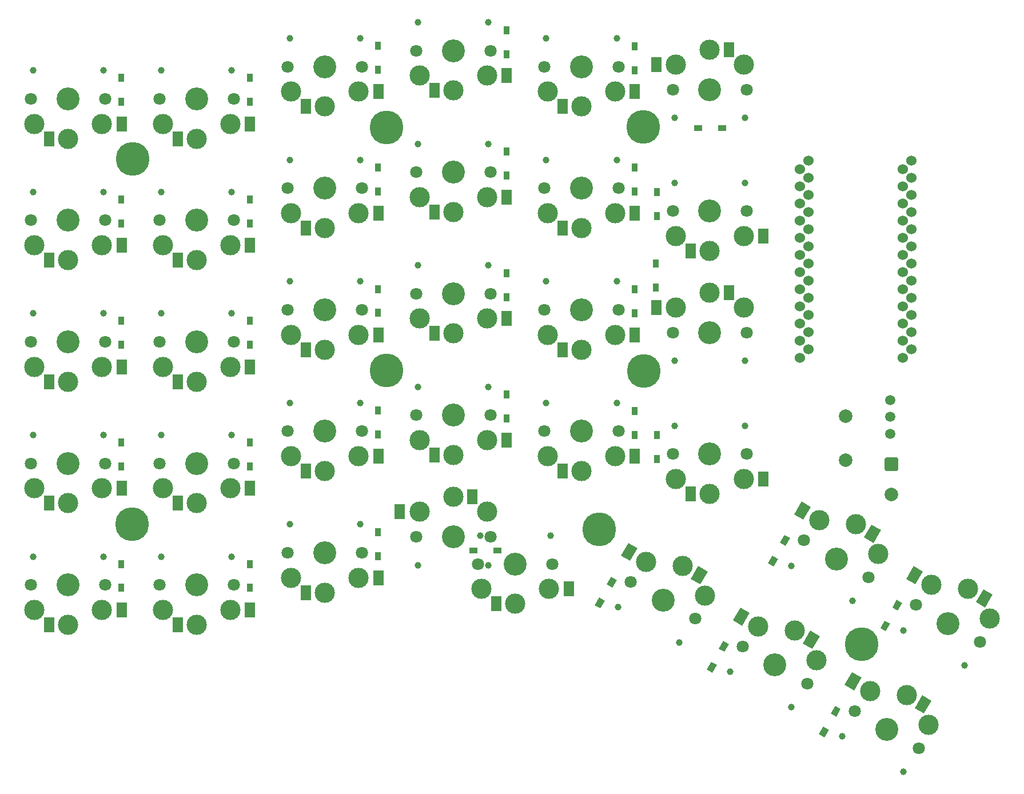
<source format=gts>
G04 #@! TF.GenerationSoftware,KiCad,Pcbnew,(5.1.9-0-10_14)*
G04 #@! TF.CreationDate,2021-11-12T15:23:44+01:00*
G04 #@! TF.ProjectId,tairakb,74616972-616b-4622-9e6b-696361645f70,1.1*
G04 #@! TF.SameCoordinates,Original*
G04 #@! TF.FileFunction,Soldermask,Top*
G04 #@! TF.FilePolarity,Negative*
%FSLAX46Y46*%
G04 Gerber Fmt 4.6, Leading zero omitted, Abs format (unit mm)*
G04 Created by KiCad (PCBNEW (5.1.9-0-10_14)) date 2021-11-12 15:23:44*
%MOMM*%
%LPD*%
G01*
G04 APERTURE LIST*
%ADD10C,2.000000*%
%ADD11C,1.500000*%
%ADD12C,0.100000*%
%ADD13R,0.950000X1.300000*%
%ADD14R,1.300000X0.950000*%
%ADD15C,1.524000*%
%ADD16C,1.800000*%
%ADD17C,3.400000*%
%ADD18C,3.000000*%
%ADD19C,1.000000*%
%ADD20C,5.000000*%
%ADD21R,1.600000X2.200000*%
G04 APERTURE END LIST*
D10*
X202365000Y-107451000D03*
X202365000Y-100951000D03*
D11*
X209000000Y-103600000D03*
X209000000Y-101100000D03*
X209000000Y-98600000D03*
D10*
X209141000Y-112587000D03*
G36*
G01*
X208391000Y-107087000D02*
X209891000Y-107087000D01*
G75*
G02*
X210141000Y-107337000I0J-250000D01*
G01*
X210141000Y-108837000D01*
G75*
G02*
X209891000Y-109087000I-250000J0D01*
G01*
X208391000Y-109087000D01*
G75*
G02*
X208141000Y-108837000I0J250000D01*
G01*
X208141000Y-107337000D01*
G75*
G02*
X208391000Y-107087000I250000J0D01*
G01*
G37*
D12*
G36*
X199208862Y-148559612D02*
G01*
X198386138Y-148084612D01*
X199036138Y-146958778D01*
X199858862Y-147433778D01*
X199208862Y-148559612D01*
G37*
G36*
X200983862Y-145485222D02*
G01*
X200161138Y-145010222D01*
X200811138Y-143884388D01*
X201633862Y-144359388D01*
X200983862Y-145485222D01*
G37*
G36*
X208314862Y-132847612D02*
G01*
X207492138Y-132372612D01*
X208142138Y-131246778D01*
X208964862Y-131721778D01*
X208314862Y-132847612D01*
G37*
G36*
X210089862Y-129773222D02*
G01*
X209267138Y-129298222D01*
X209917138Y-128172388D01*
X210739862Y-128647388D01*
X210089862Y-129773222D01*
G37*
G36*
X191676862Y-123238612D02*
G01*
X190854138Y-122763612D01*
X191504138Y-121637778D01*
X192326862Y-122112778D01*
X191676862Y-123238612D01*
G37*
G36*
X193451862Y-120164222D02*
G01*
X192629138Y-119689222D01*
X193279138Y-118563388D01*
X194101862Y-119038388D01*
X193451862Y-120164222D01*
G37*
G36*
X182616862Y-138957612D02*
G01*
X181794138Y-138482612D01*
X182444138Y-137356778D01*
X183266862Y-137831778D01*
X182616862Y-138957612D01*
G37*
G36*
X184391862Y-135883222D02*
G01*
X183569138Y-135408222D01*
X184219138Y-134282388D01*
X185041862Y-134757388D01*
X184391862Y-135883222D01*
G37*
D13*
X174431000Y-103785000D03*
X174431000Y-107335000D03*
X174259000Y-78352000D03*
X174259000Y-81902000D03*
X174431000Y-67785000D03*
X174431000Y-71335000D03*
D14*
X180511000Y-58331000D03*
X184061000Y-58331000D03*
D12*
G36*
X166023862Y-129431612D02*
G01*
X165201138Y-128956612D01*
X165851138Y-127830778D01*
X166673862Y-128305778D01*
X166023862Y-129431612D01*
G37*
G36*
X167798862Y-126357222D02*
G01*
X166976138Y-125882222D01*
X167626138Y-124756388D01*
X168448862Y-125231388D01*
X167798862Y-126357222D01*
G37*
D13*
X171132000Y-100177000D03*
X171132000Y-103727000D03*
X171132000Y-82177000D03*
X171132000Y-85727000D03*
X171132000Y-64177000D03*
X171132000Y-67727000D03*
X171132000Y-46177000D03*
X171132000Y-49727000D03*
D14*
X147243000Y-120856000D03*
X150793000Y-120856000D03*
D13*
X152150000Y-97795000D03*
X152150000Y-101345000D03*
X152150000Y-79795000D03*
X152150000Y-83345000D03*
X152150000Y-61795000D03*
X152150000Y-65345000D03*
X152150000Y-43795000D03*
X152150000Y-47345000D03*
X133133000Y-118140000D03*
X133133000Y-121690000D03*
X133133000Y-100140000D03*
X133133000Y-103690000D03*
X133133000Y-82140000D03*
X133133000Y-85690000D03*
X133133000Y-64140000D03*
X133133000Y-67690000D03*
X133133000Y-46140000D03*
X133133000Y-49690000D03*
X114118000Y-122865000D03*
X114118000Y-126415000D03*
X114118000Y-104865000D03*
X114118000Y-108415000D03*
X114118000Y-86865000D03*
X114118000Y-90415000D03*
X114118000Y-68865000D03*
X114118000Y-72415000D03*
X114118000Y-50865000D03*
X114118000Y-54415000D03*
X95118000Y-122865000D03*
X95118000Y-126415000D03*
X95118000Y-104865000D03*
X95118000Y-108415000D03*
X95118000Y-86865000D03*
X95118000Y-90415000D03*
X95118000Y-68865000D03*
X95118000Y-72415000D03*
X95118000Y-50865000D03*
X95118000Y-54415000D03*
D15*
X210795000Y-64363600D03*
X210795000Y-66903600D03*
X210795000Y-69443600D03*
X210795000Y-71983600D03*
X210795000Y-74523600D03*
X210795000Y-77063600D03*
X210795000Y-79603600D03*
X210795000Y-82143600D03*
X210795000Y-84683600D03*
X210795000Y-87223600D03*
X210795000Y-89763600D03*
X210795000Y-92303600D03*
X195555000Y-92303600D03*
X195555000Y-89763600D03*
X195555000Y-87223600D03*
X195555000Y-84683600D03*
X195555000Y-82143600D03*
X195555000Y-79603600D03*
X195555000Y-77063600D03*
X195555000Y-74523600D03*
X195555000Y-71983600D03*
X195555000Y-69443600D03*
X195555000Y-66903600D03*
X195555000Y-64363600D03*
X212101400Y-63093600D03*
X212101400Y-65633600D03*
X212101400Y-68173600D03*
X212101400Y-70713600D03*
X212101400Y-73253600D03*
X212101400Y-75793600D03*
X212101400Y-78333600D03*
X212101400Y-80873600D03*
X212101400Y-83413600D03*
X212101400Y-85953600D03*
X212101400Y-88493600D03*
X212101400Y-91033600D03*
X196881400Y-91033600D03*
X196881400Y-88493600D03*
X196881400Y-85953600D03*
X196881400Y-83413600D03*
X196881400Y-80873600D03*
X196881400Y-78333600D03*
X196881400Y-75793600D03*
X196881400Y-73253600D03*
X196881400Y-70713600D03*
X196881400Y-68173600D03*
X196881400Y-65633600D03*
X196881400Y-63093600D03*
D16*
X203696860Y-144640000D03*
X213223140Y-150140000D03*
D17*
X208460000Y-147390000D03*
D18*
X211410000Y-142280450D03*
X214640127Y-146685706D03*
D12*
G36*
X202225579Y-140788334D02*
G01*
X203325579Y-138883078D01*
X204711219Y-139683078D01*
X203611219Y-141588334D01*
X202225579Y-140788334D01*
G37*
G36*
X212592051Y-144233078D02*
G01*
X213692051Y-142327822D01*
X215077691Y-143127822D01*
X213977691Y-145033078D01*
X212592051Y-144233078D01*
G37*
D18*
X205979873Y-141685706D03*
D19*
X210880653Y-153637307D03*
X201839347Y-148417307D03*
D16*
X196196860Y-119360000D03*
X205723140Y-124860000D03*
D17*
X200960000Y-122110000D03*
D18*
X203910000Y-117000450D03*
X207140127Y-121405706D03*
D12*
G36*
X194725579Y-115508334D02*
G01*
X195825579Y-113603078D01*
X197211219Y-114403078D01*
X196111219Y-116308334D01*
X194725579Y-115508334D01*
G37*
G36*
X205092051Y-118953078D02*
G01*
X206192051Y-117047822D01*
X207577691Y-117847822D01*
X206477691Y-119753078D01*
X205092051Y-118953078D01*
G37*
D18*
X198479873Y-116405706D03*
D19*
X203380653Y-128357307D03*
X194339347Y-123137307D03*
D20*
X172365000Y-58174000D03*
X134379000Y-94204000D03*
X204723000Y-134762000D03*
X165870000Y-117730000D03*
X172463000Y-94248000D03*
X96694000Y-116997000D03*
X134342000Y-58240000D03*
X96755000Y-62896000D03*
D16*
X158941000Y-122860000D03*
X147941000Y-122860000D03*
D17*
X153441000Y-122860000D03*
D18*
X153441000Y-128760000D03*
X148441000Y-126560000D03*
D21*
X161341000Y-126560000D03*
X150641000Y-128760000D03*
D18*
X158441000Y-126560000D03*
D19*
X148221000Y-118660000D03*
X158661000Y-118660000D03*
D16*
X130745000Y-49213000D03*
X119745000Y-49213000D03*
D17*
X125245000Y-49213000D03*
D18*
X125245000Y-55113000D03*
X120245000Y-52913000D03*
D21*
X133145000Y-52913000D03*
X122445000Y-55113000D03*
D18*
X130245000Y-52913000D03*
D19*
X120025000Y-45013000D03*
X130465000Y-45013000D03*
D16*
X212766860Y-128922000D03*
X222293140Y-134422000D03*
D17*
X217530000Y-131672000D03*
D18*
X220480000Y-126562450D03*
X223710127Y-130967706D03*
D12*
G36*
X211295579Y-125070334D02*
G01*
X212395579Y-123165078D01*
X213781219Y-123965078D01*
X212681219Y-125870334D01*
X211295579Y-125070334D01*
G37*
G36*
X221662051Y-128515078D02*
G01*
X222762051Y-126609822D01*
X224147691Y-127409822D01*
X223047691Y-129315078D01*
X221662051Y-128515078D01*
G37*
D18*
X215049873Y-125967706D03*
D19*
X219950653Y-137919307D03*
X210909347Y-132699307D03*
D16*
X187126860Y-135071000D03*
X196653140Y-140571000D03*
D17*
X191890000Y-137821000D03*
D18*
X194840000Y-132711450D03*
X198070127Y-137116706D03*
D12*
G36*
X185655579Y-131219334D02*
G01*
X186755579Y-129314078D01*
X188141219Y-130114078D01*
X187041219Y-132019334D01*
X185655579Y-131219334D01*
G37*
G36*
X196022051Y-134664078D02*
G01*
X197122051Y-132758822D01*
X198507691Y-133558822D01*
X197407691Y-135464078D01*
X196022051Y-134664078D01*
G37*
D18*
X189409873Y-132116706D03*
D19*
X194310653Y-144068307D03*
X185269347Y-138848307D03*
D16*
X187745000Y-106594000D03*
X176745000Y-106594000D03*
D17*
X182245000Y-106594000D03*
D18*
X182245000Y-112494000D03*
X177245000Y-110294000D03*
D21*
X190145000Y-110294000D03*
X179445000Y-112494000D03*
D18*
X187245000Y-110294000D03*
D19*
X177025000Y-102394000D03*
X187465000Y-102394000D03*
D16*
X176745000Y-88594000D03*
X187745000Y-88594000D03*
D17*
X182245000Y-88594000D03*
D18*
X182245000Y-82694000D03*
X187245000Y-84894000D03*
D21*
X174345000Y-84894000D03*
X185045000Y-82694000D03*
D18*
X177245000Y-84894000D03*
D19*
X187465000Y-92794000D03*
X177025000Y-92794000D03*
D16*
X187745000Y-70594000D03*
X176745000Y-70594000D03*
D17*
X182245000Y-70594000D03*
D18*
X182245000Y-76494000D03*
X177245000Y-74294000D03*
D21*
X190145000Y-74294000D03*
X179445000Y-76494000D03*
D18*
X187245000Y-74294000D03*
D19*
X177025000Y-66394000D03*
X187465000Y-66394000D03*
D16*
X176745000Y-52594000D03*
X187745000Y-52594000D03*
D17*
X182245000Y-52594000D03*
D18*
X182245000Y-46694000D03*
X187245000Y-48894000D03*
D21*
X174345000Y-48894000D03*
X185045000Y-46694000D03*
D18*
X177245000Y-48894000D03*
D19*
X187465000Y-56794000D03*
X177025000Y-56794000D03*
D16*
X170541860Y-125486000D03*
X180068140Y-130986000D03*
D17*
X175305000Y-128236000D03*
D18*
X178255000Y-123126450D03*
X181485127Y-127531706D03*
D12*
G36*
X169070579Y-121634334D02*
G01*
X170170579Y-119729078D01*
X171556219Y-120529078D01*
X170456219Y-122434334D01*
X169070579Y-121634334D01*
G37*
G36*
X179437051Y-125079078D02*
G01*
X180537051Y-123173822D01*
X181922691Y-123973822D01*
X180822691Y-125879078D01*
X179437051Y-125079078D01*
G37*
D18*
X172824873Y-122531706D03*
D19*
X177725653Y-134483307D03*
X168684347Y-129263307D03*
D16*
X168745000Y-103213000D03*
X157745000Y-103213000D03*
D17*
X163245000Y-103213000D03*
D18*
X163245000Y-109113000D03*
X158245000Y-106913000D03*
D21*
X171145000Y-106913000D03*
X160445000Y-109113000D03*
D18*
X168245000Y-106913000D03*
D19*
X158025000Y-99013000D03*
X168465000Y-99013000D03*
D16*
X168745000Y-85213000D03*
X157745000Y-85213000D03*
D17*
X163245000Y-85213000D03*
D18*
X163245000Y-91113000D03*
X158245000Y-88913000D03*
D21*
X171145000Y-88913000D03*
X160445000Y-91113000D03*
D18*
X168245000Y-88913000D03*
D19*
X158025000Y-81013000D03*
X168465000Y-81013000D03*
D16*
X168745000Y-67213000D03*
X157745000Y-67213000D03*
D17*
X163245000Y-67213000D03*
D18*
X163245000Y-73113000D03*
X158245000Y-70913000D03*
D21*
X171145000Y-70913000D03*
X160445000Y-73113000D03*
D18*
X168245000Y-70913000D03*
D19*
X158025000Y-63013000D03*
X168465000Y-63013000D03*
D16*
X168745000Y-49213000D03*
X157745000Y-49213000D03*
D17*
X163245000Y-49213000D03*
D18*
X163245000Y-55113000D03*
X158245000Y-52913000D03*
D21*
X171145000Y-52913000D03*
X160445000Y-55113000D03*
D18*
X168245000Y-52913000D03*
D19*
X158025000Y-45013000D03*
X168465000Y-45013000D03*
D16*
X138745000Y-118832000D03*
X149745000Y-118832000D03*
D17*
X144245000Y-118832000D03*
D18*
X144245000Y-112932000D03*
X149245000Y-115132000D03*
D21*
X136345000Y-115132000D03*
X147045000Y-112932000D03*
D18*
X139245000Y-115132000D03*
D19*
X149465000Y-123032000D03*
X139025000Y-123032000D03*
D16*
X149745000Y-100832000D03*
X138745000Y-100832000D03*
D17*
X144245000Y-100832000D03*
D18*
X144245000Y-106732000D03*
X139245000Y-104532000D03*
D21*
X152145000Y-104532000D03*
X141445000Y-106732000D03*
D18*
X149245000Y-104532000D03*
D19*
X139025000Y-96632000D03*
X149465000Y-96632000D03*
D16*
X149745000Y-82832000D03*
X138745000Y-82832000D03*
D17*
X144245000Y-82832000D03*
D18*
X144245000Y-88732000D03*
X139245000Y-86532000D03*
D21*
X152145000Y-86532000D03*
X141445000Y-88732000D03*
D18*
X149245000Y-86532000D03*
D19*
X139025000Y-78632000D03*
X149465000Y-78632000D03*
D16*
X149745000Y-64832000D03*
X138745000Y-64832000D03*
D17*
X144245000Y-64832000D03*
D18*
X144245000Y-70732000D03*
X139245000Y-68532000D03*
D21*
X152145000Y-68532000D03*
X141445000Y-70732000D03*
D18*
X149245000Y-68532000D03*
D19*
X139025000Y-60632000D03*
X149465000Y-60632000D03*
D16*
X149745000Y-46832000D03*
X138745000Y-46832000D03*
D17*
X144245000Y-46832000D03*
D18*
X144245000Y-52732000D03*
X139245000Y-50532000D03*
D21*
X152145000Y-50532000D03*
X141445000Y-52732000D03*
D18*
X149245000Y-50532000D03*
D19*
X139025000Y-42632000D03*
X149465000Y-42632000D03*
D16*
X130745000Y-121213000D03*
X119745000Y-121213000D03*
D17*
X125245000Y-121213000D03*
D18*
X125245000Y-127113000D03*
X120245000Y-124913000D03*
D21*
X133145000Y-124913000D03*
X122445000Y-127113000D03*
D18*
X130245000Y-124913000D03*
D19*
X120025000Y-117013000D03*
X130465000Y-117013000D03*
D16*
X130745000Y-103213000D03*
X119745000Y-103213000D03*
D17*
X125245000Y-103213000D03*
D18*
X125245000Y-109113000D03*
X120245000Y-106913000D03*
D21*
X133145000Y-106913000D03*
X122445000Y-109113000D03*
D18*
X130245000Y-106913000D03*
D19*
X120025000Y-99013000D03*
X130465000Y-99013000D03*
D16*
X130745000Y-85213000D03*
X119745000Y-85213000D03*
D17*
X125245000Y-85213000D03*
D18*
X125245000Y-91113000D03*
X120245000Y-88913000D03*
D21*
X133145000Y-88913000D03*
X122445000Y-91113000D03*
D18*
X130245000Y-88913000D03*
D19*
X120025000Y-81013000D03*
X130465000Y-81013000D03*
D16*
X130745000Y-67213000D03*
X119745000Y-67213000D03*
D17*
X125245000Y-67213000D03*
D18*
X125245000Y-73113000D03*
X120245000Y-70913000D03*
D21*
X133145000Y-70913000D03*
X122445000Y-73113000D03*
D18*
X130245000Y-70913000D03*
D19*
X120025000Y-63013000D03*
X130465000Y-63013000D03*
D16*
X111745000Y-125975000D03*
X100745000Y-125975000D03*
D17*
X106245000Y-125975000D03*
D18*
X106245000Y-131875000D03*
X101245000Y-129675000D03*
D21*
X114145000Y-129675000D03*
X103445000Y-131875000D03*
D18*
X111245000Y-129675000D03*
D19*
X101025000Y-121775000D03*
X111465000Y-121775000D03*
D16*
X111745000Y-107975000D03*
X100745000Y-107975000D03*
D17*
X106245000Y-107975000D03*
D18*
X106245000Y-113875000D03*
X101245000Y-111675000D03*
D21*
X114145000Y-111675000D03*
X103445000Y-113875000D03*
D18*
X111245000Y-111675000D03*
D19*
X101025000Y-103775000D03*
X111465000Y-103775000D03*
D16*
X111745000Y-89975000D03*
X100745000Y-89975000D03*
D17*
X106245000Y-89975000D03*
D18*
X106245000Y-95875000D03*
X101245000Y-93675000D03*
D21*
X114145000Y-93675000D03*
X103445000Y-95875000D03*
D18*
X111245000Y-93675000D03*
D19*
X101025000Y-85775000D03*
X111465000Y-85775000D03*
D16*
X111745000Y-71975000D03*
X100745000Y-71975000D03*
D17*
X106245000Y-71975000D03*
D18*
X106245000Y-77875000D03*
X101245000Y-75675000D03*
D21*
X114145000Y-75675000D03*
X103445000Y-77875000D03*
D18*
X111245000Y-75675000D03*
D19*
X101025000Y-67775000D03*
X111465000Y-67775000D03*
D16*
X111745000Y-53975000D03*
X100745000Y-53975000D03*
D17*
X106245000Y-53975000D03*
D18*
X106245000Y-59875000D03*
X101245000Y-57675000D03*
D21*
X114145000Y-57675000D03*
X103445000Y-59875000D03*
D18*
X111245000Y-57675000D03*
D19*
X101025000Y-49775000D03*
X111465000Y-49775000D03*
D16*
X92745000Y-125975000D03*
X81745000Y-125975000D03*
D17*
X87245000Y-125975000D03*
D18*
X87245000Y-131875000D03*
X82245000Y-129675000D03*
D21*
X95145000Y-129675000D03*
X84445000Y-131875000D03*
D18*
X92245000Y-129675000D03*
D19*
X82025000Y-121775000D03*
X92465000Y-121775000D03*
D16*
X92745000Y-107975000D03*
X81745000Y-107975000D03*
D17*
X87245000Y-107975000D03*
D18*
X87245000Y-113875000D03*
X82245000Y-111675000D03*
D21*
X95145000Y-111675000D03*
X84445000Y-113875000D03*
D18*
X92245000Y-111675000D03*
D19*
X82025000Y-103775000D03*
X92465000Y-103775000D03*
D16*
X92745000Y-89975000D03*
X81745000Y-89975000D03*
D17*
X87245000Y-89975000D03*
D18*
X87245000Y-95875000D03*
X82245000Y-93675000D03*
D21*
X95145000Y-93675000D03*
X84445000Y-95875000D03*
D18*
X92245000Y-93675000D03*
D19*
X82025000Y-85775000D03*
X92465000Y-85775000D03*
D16*
X92745000Y-71975000D03*
X81745000Y-71975000D03*
D17*
X87245000Y-71975000D03*
D18*
X87245000Y-77875000D03*
X82245000Y-75675000D03*
D21*
X95145000Y-75675000D03*
X84445000Y-77875000D03*
D18*
X92245000Y-75675000D03*
D19*
X82025000Y-67775000D03*
X92465000Y-67775000D03*
D16*
X92745000Y-53975000D03*
X81745000Y-53975000D03*
D17*
X87245000Y-53975000D03*
D18*
X87245000Y-59875000D03*
X82245000Y-57675000D03*
D21*
X95145000Y-57675000D03*
X84445000Y-59875000D03*
D18*
X92245000Y-57675000D03*
D19*
X82025000Y-49775000D03*
X92465000Y-49775000D03*
M02*

</source>
